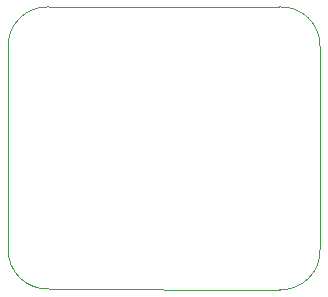
<source format=gm1>
G04 #@! TF.GenerationSoftware,KiCad,Pcbnew,(6.0.5)*
G04 #@! TF.CreationDate,2022-08-01T19:03:23+01:00*
G04 #@! TF.ProjectId,PWM-TRANSISTOR-PCB,50574d2d-5452-4414-9e53-4953544f522d,rev?*
G04 #@! TF.SameCoordinates,Original*
G04 #@! TF.FileFunction,Profile,NP*
%FSLAX46Y46*%
G04 Gerber Fmt 4.6, Leading zero omitted, Abs format (unit mm)*
G04 Created by KiCad (PCBNEW (6.0.5)) date 2022-08-01 19:03:23*
%MOMM*%
%LPD*%
G01*
G04 APERTURE LIST*
G04 #@! TA.AperFunction,Profile*
%ADD10C,0.050000*%
G04 #@! TD*
G04 APERTURE END LIST*
D10*
X127444500Y-108521500D02*
X107950000Y-108521500D01*
X130937000Y-111950499D02*
G75*
G03*
X127444675Y-108524545I-3302000J126999D01*
G01*
X104520955Y-128971544D02*
G75*
G03*
X108013324Y-132397500I3302045J-126956D01*
G01*
X108013500Y-132397500D02*
X127508001Y-132460999D01*
X127508001Y-132461000D02*
G75*
G03*
X130933955Y-128968675I126999J3302000D01*
G01*
X104524045Y-112013825D02*
X104521000Y-128968500D01*
X130933955Y-128968675D02*
X130936999Y-111950499D01*
X107949999Y-108521500D02*
G75*
G03*
X104524045Y-112013825I-126999J-3302000D01*
G01*
M02*

</source>
